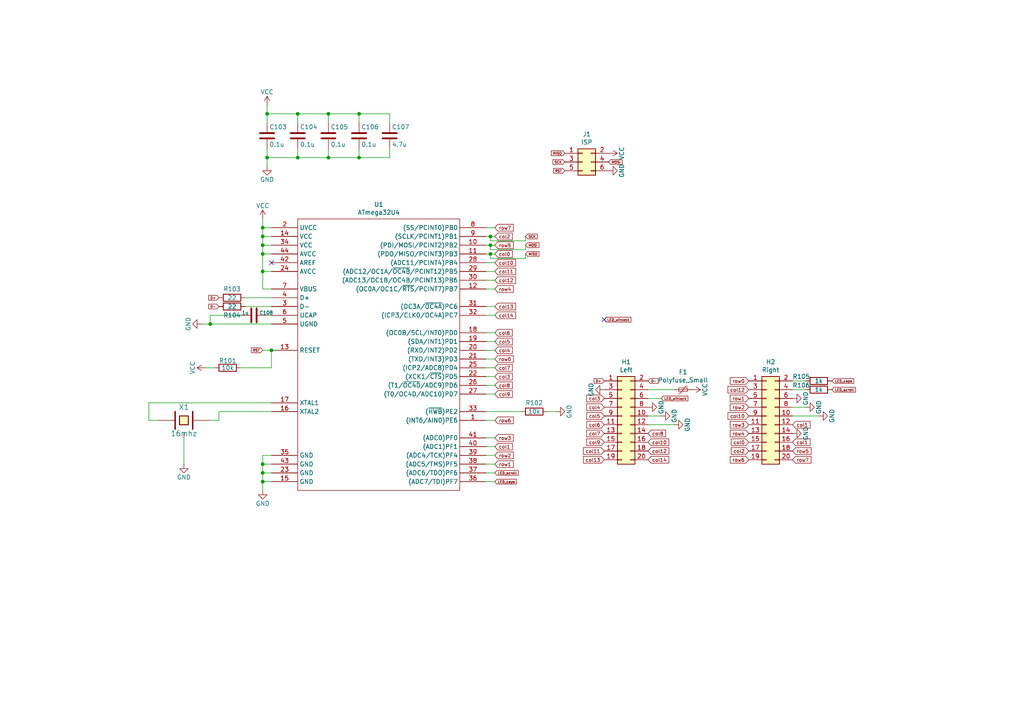
<source format=kicad_sch>
(kicad_sch (version 20200512) (host eeschema "(5.99.0-1789-gecec7192f)")
  (page 1 1)
  (paper "A4")
  (lib_symbols
    (symbol "Connector_Generic:Conn_02x03_Odd_Even" (pin_names hide)
      (property "Reference" "J" (at 1.27 5.08 0))
      (property "Value" "Conn_02x03_Odd_Even" (at 1.27 -5.08 0))
      (symbol "Conn_02x03_Odd_Even_1_1"
        (rectangle (start -1.27 -2.413) (end 0 -2.667))
        (rectangle (start -1.27 2.667) (end 0 2.413))
        (rectangle (start -1.27 3.81) (end 3.81 -3.81) (stroke (width 0.254)) (fill (type background)))
        (rectangle (start -1.27 0.127) (end 0 -0.127))
        (rectangle (start 3.81 -2.413) (end 2.54 -2.667))
        (rectangle (start 3.81 2.667) (end 2.54 2.413))
        (rectangle (start 3.81 0.127) (end 2.54 -0.127))
        (pin passive line (at -5.08 2.54 0) (length 3.81) (name "Pin_1") (number "1"))
        (pin passive line (at 7.62 2.54 180) (length 3.81) (name "Pin_2") (number "2"))
        (pin passive line (at -5.08 0 0) (length 3.81) (name "Pin_3") (number "3"))
        (pin passive line (at 7.62 0 180) (length 3.81) (name "Pin_4") (number "4"))
        (pin passive line (at -5.08 -2.54 0) (length 3.81) (name "Pin_5") (number "5"))
        (pin passive line (at 7.62 -2.54 180) (length 3.81) (name "Pin_6") (number "6"))
      )
    )
    (symbol "Connector_Generic:Conn_02x10_Odd_Even" (pin_names hide)
      (property "Reference" "J" (at 1.27 12.7 0))
      (property "Value" "Conn_02x10_Odd_Even" (at 1.27 -15.24 0))
      (symbol "Conn_02x10_Odd_Even_1_1"
        (rectangle (start -1.27 -4.953) (end 0 -5.207))
        (rectangle (start -1.27 -7.493) (end 0 -7.747))
        (rectangle (start -1.27 -10.033) (end 0 -10.287))
        (rectangle (start -1.27 -12.573) (end 0 -12.827))
        (rectangle (start -1.27 -2.413) (end 0 -2.667))
        (rectangle (start -1.27 2.667) (end 0 2.413))
        (rectangle (start -1.27 5.207) (end 0 4.953))
        (rectangle (start -1.27 7.747) (end 0 7.493))
        (rectangle (start -1.27 10.287) (end 0 10.033))
        (rectangle (start -1.27 11.43) (end 3.81 -13.97) (stroke (width 0.254)) (fill (type background)))
        (rectangle (start -1.27 0.127) (end 0 -0.127))
        (rectangle (start 3.81 -4.953) (end 2.54 -5.207))
        (rectangle (start 3.81 -7.493) (end 2.54 -7.747))
        (rectangle (start 3.81 -10.033) (end 2.54 -10.287))
        (rectangle (start 3.81 -12.573) (end 2.54 -12.827))
        (rectangle (start 3.81 -2.413) (end 2.54 -2.667))
        (rectangle (start 3.81 2.667) (end 2.54 2.413))
        (rectangle (start 3.81 5.207) (end 2.54 4.953))
        (rectangle (start 3.81 7.747) (end 2.54 7.493))
        (rectangle (start 3.81 10.287) (end 2.54 10.033))
        (rectangle (start 3.81 0.127) (end 2.54 -0.127))
        (pin passive line (at -5.08 10.16 0) (length 3.81) (name "Pin_1") (number "1"))
        (pin passive line (at 7.62 0 180) (length 3.81) (name "Pin_10") (number "10"))
        (pin passive line (at -5.08 -2.54 0) (length 3.81) (name "Pin_11") (number "11"))
        (pin passive line (at 7.62 -2.54 180) (length 3.81) (name "Pin_12") (number "12"))
        (pin passive line (at -5.08 -5.08 0) (length 3.81) (name "Pin_13") (number "13"))
        (pin passive line (at 7.62 -5.08 180) (length 3.81) (name "Pin_14") (number "14"))
        (pin passive line (at -5.08 -7.62 0) (length 3.81) (name "Pin_15") (number "15"))
        (pin passive line (at 7.62 -7.62 180) (length 3.81) (name "Pin_16") (number "16"))
        (pin passive line (at -5.08 -10.16 0) (length 3.81) (name "Pin_17") (number "17"))
        (pin passive line (at 7.62 -10.16 180) (length 3.81) (name "Pin_18") (number "18"))
        (pin passive line (at -5.08 -12.7 0) (length 3.81) (name "Pin_19") (number "19"))
        (pin passive line (at 7.62 10.16 180) (length 3.81) (name "Pin_2") (number "2"))
        (pin passive line (at 7.62 -12.7 180) (length 3.81) (name "Pin_20") (number "20"))
        (pin passive line (at -5.08 7.62 0) (length 3.81) (name "Pin_3") (number "3"))
        (pin passive line (at 7.62 7.62 180) (length 3.81) (name "Pin_4") (number "4"))
        (pin passive line (at -5.08 5.08 0) (length 3.81) (name "Pin_5") (number "5"))
        (pin passive line (at 7.62 5.08 180) (length 3.81) (name "Pin_6") (number "6"))
        (pin passive line (at -5.08 2.54 0) (length 3.81) (name "Pin_7") (number "7"))
        (pin passive line (at 7.62 2.54 180) (length 3.81) (name "Pin_8") (number "8"))
        (pin passive line (at -5.08 0 0) (length 3.81) (name "Pin_9") (number "9"))
      )
    )
    (symbol "Device:C" (pin_numbers hide) (pin_names (offset 0.254))
      (property "Reference" "C" (at 0.635 2.54 0))
      (property "Value" "C" (at 0.635 -2.54 0))
      (symbol "C_0_1"
        (polyline (pts (xy -2.032 -0.762) (xy 2.032 -0.762)) (stroke (width 0.508)))
        (polyline (pts (xy -2.032 0.762) (xy 2.032 0.762)) (stroke (width 0.508)))
      )
      (symbol "C_1_1"
        (pin passive line (at 0 3.81 270) (length 2.794) (name "~") (number "1"))
        (pin passive line (at 0 -3.81 90) (length 2.794) (name "~") (number "2"))
      )
    )
    (symbol "Device:Polyfuse_Small" (pin_numbers hide) (pin_names (offset 0))
      (property "Reference" "F" (at -1.905 0 90))
      (property "Value" "Polyfuse_Small" (at 1.905 0 90))
      (symbol "Polyfuse_Small_0_1"
        (rectangle (start -0.508 1.27) (end 0.508 -1.27))
        (polyline (pts (xy 0 2.54) (xy 0 -2.54)))
        (polyline (pts (xy -1.016 1.27) (xy -1.016 0.762) (xy 1.016 -0.762) (xy 1.016 -1.27)))
      )
      (symbol "Polyfuse_Small_1_1"
        (pin passive line (at 0 2.54 270) (length 0.635) (name "~") (number "1"))
        (pin passive line (at 0 -2.54 90) (length 0.635) (name "~") (number "2"))
      )
    )
    (symbol "Device:R" (pin_numbers hide) (pin_names (offset 0))
      (property "Reference" "R" (at 2.032 0 90))
      (property "Value" "R" (at 0 0 90))
      (symbol "R_0_1"
        (rectangle (start -1.016 -2.54) (end 1.016 2.54) (stroke (width 0.254)))
      )
      (symbol "R_1_1"
        (pin passive line (at 0 3.81 270) (length 1.27) (name "~") (number "1"))
        (pin passive line (at 0 -3.81 90) (length 1.27) (name "~") (number "2"))
      )
    )
    (symbol "Power:GND" (power) (pin_names (offset 0))
      (property "Value" "GND" (at 0 -3.81 0))
      (symbol "GND_0_1"
        (polyline (pts (xy 0 0) (xy 0 -1.27) (xy 1.27 -1.27) (xy 0 -2.54) (xy -1.27 -1.27) (xy 0 -1.27)))
      )
      (symbol "GND_1_1"
        (pin power_in line (at 0 0 270) (length 0) (name "GND") (number "1") hide)
      )
    )
    (symbol "Power:VCC" (power) (pin_names (offset 0))
      (property "Value" "VCC" (at 0 3.81 0))
      (symbol "VCC_0_1"
        (polyline (pts (xy -0.762 1.27) (xy 0 2.54)))
        (polyline (pts (xy 0 0) (xy 0 2.54)))
        (polyline (pts (xy 0 2.54) (xy 0.762 1.27)))
      )
      (symbol "VCC_1_1"
        (pin power_in line (at 0 0 90) (length 0) (name "VCC") (number "1") hide)
      )
    )
    (symbol "atmel:ATmega32U4"
      (property "Reference" "U" (at -22.86 43.18 0))
      (property "Value" "ATmega32U4" (at -16.51 -39.37 0))
      (symbol "ATmega32U4_0_1"
        (rectangle (start -24.13 41.91) (end 22.86 -36.83))
      )
      (symbol "ATmega32U4_1_1"
        (pin input line (at 30.48 -16.51 180) (length 7.62) (name "(INT6/AIN0)PE6") (number "1"))
        (pin input line (at -31.75 39.37 0) (length 7.62) (name "UVCC") (number "2"))
        (pin input line (at -31.75 16.51 0) (length 7.62) (name "D-") (number "3"))
        (pin input line (at -31.75 19.05 0) (length 7.62) (name "D+") (number "4"))
        (pin input line (at -31.75 11.43 0) (length 7.62) (name "UGND") (number "5"))
        (pin input line (at -31.75 13.97 0) (length 7.62) (name "UCAP") (number "6"))
        (pin input line (at -31.75 21.59 0) (length 7.62) (name "VBUS") (number "7"))
        (pin input line (at 30.48 39.37 180) (length 7.62) (name "(SS/PCINT0)PB0") (number "8"))
        (pin input line (at 30.48 36.83 180) (length 7.62) (name "(SCLK/PCINT1)PB1") (number "9"))
        (pin input line (at 30.48 34.29 180) (length 7.62) (name "(PDI/MOSI/PCINT2)PB2") (number "10"))
        (pin input line (at 30.48 3.81 180) (length 7.62) (name "(RXD/INT2)PD2") (number "20"))
        (pin input line (at 30.48 24.13 180) (length 7.62) (name "(ADC13/OC1B/OC4B/PCINT13)PB6") (number "30"))
        (pin input line (at 30.48 -24.13 180) (length 7.62) (name "(ADC1)PF1") (number "40"))
        (pin input line (at 30.48 31.75 180) (length 7.62) (name "(PDO/MISO/PCINT3)PB3") (number "11"))
        (pin input line (at 30.48 1.27 180) (length 7.62) (name "(TXD/INT3)PD3") (number "21"))
        (pin input line (at 30.48 16.51 180) (length 7.62) (name "(OC3A/~OC4A~)PC6") (number "31"))
        (pin input line (at 30.48 -21.59 180) (length 7.62) (name "(ADC0)PF0") (number "41"))
        (pin input line (at 30.48 21.59 180) (length 7.62) (name "(OC0A/OC1C/~RTS~/PCINT7)PB7") (number "12"))
        (pin input line (at 30.48 -3.81 180) (length 7.62) (name "(XCK1/~CTS~)PD5") (number "22"))
        (pin input line (at 30.48 13.97 180) (length 7.62) (name "(ICP3/CLK0/OC4A)PC7") (number "32"))
        (pin input line (at -31.75 29.21 0) (length 7.62) (name "AREF") (number "42"))
        (pin input line (at -31.75 3.81 0) (length 7.62) (name "RESET") (number "13"))
        (pin power_in line (at -31.75 -31.75 0) (length 7.62) (name "GND") (number "23"))
        (pin input line (at 30.48 -13.97 180) (length 7.62) (name "(~HWB~)PE2") (number "33"))
        (pin power_in line (at -31.75 -29.21 0) (length 7.62) (name "GND") (number "43"))
        (pin power_in line (at -31.75 36.83 0) (length 7.62) (name "VCC") (number "14"))
        (pin power_in line (at -31.75 26.67 0) (length 7.62) (name "AVCC") (number "24"))
        (pin power_in line (at -31.75 34.29 0) (length 7.62) (name "VCC") (number "34"))
        (pin power_in line (at -31.75 31.75 0) (length 7.62) (name "AVCC") (number "44"))
        (pin power_in line (at -31.75 -34.29 0) (length 7.62) (name "GND") (number "15"))
        (pin input line (at 30.48 -1.27 180) (length 7.62) (name "(ICP2/ADC8)PD4") (number "25"))
        (pin power_in line (at -31.75 -26.67 0) (length 7.62) (name "GND") (number "35"))
        (pin input line (at -31.75 -13.97 0) (length 7.62) (name "XTAL2") (number "16"))
        (pin input line (at 30.48 -6.35 180) (length 7.62) (name "(T1/~OC4D~/ADC9)PD6") (number "26"))
        (pin input line (at 30.48 -34.29 180) (length 7.62) (name "(ADC7/TDI)PF7") (number "36"))
        (pin input line (at -31.75 -11.43 0) (length 7.62) (name "XTAL1") (number "17"))
        (pin input line (at 30.48 -8.89 180) (length 7.62) (name "(T0/OC4D/ADC10)PD7") (number "27"))
        (pin input line (at 30.48 -31.75 180) (length 7.62) (name "(ADC6/TDO)PF6") (number "37"))
        (pin input line (at 30.48 8.89 180) (length 7.62) (name "(OC0B/SCL/INT0)PD0") (number "18"))
        (pin input line (at 30.48 29.21 180) (length 7.62) (name "(ADC11/PCINT4)PB4") (number "28"))
        (pin input line (at 30.48 -29.21 180) (length 7.62) (name "(ADC5/TMS)PF5") (number "38"))
        (pin input line (at 30.48 6.35 180) (length 7.62) (name "(SDA/INT1)PD1") (number "19"))
        (pin input line (at 30.48 26.67 180) (length 7.62) (name "(ADC12/OC1A/~OC4B~/PCINT12)PB5") (number "29"))
        (pin input line (at 30.48 -26.67 180) (length 7.62) (name "(ADC4/TCK)PF4") (number "39"))
      )
    )
    (symbol "keyboard_parts:XTAL_GND" (pin_numbers hide) (pin_names hide)
      (property "Reference" "X" (at 0 3.81 0))
      (property "Value" "XTAL_GND" (at 0 -3.81 0))
      (symbol "XTAL_GND_0_1"
        (polyline (pts (xy -2.54 2.54) (xy -2.54 -2.54)) (stroke (width 0.4064)))
        (polyline (pts (xy 2.54 2.54) (xy 2.54 -2.54)) (stroke (width 0.4064)))
        (polyline (pts (xy -1.27 1.27) (xy 1.27 1.27) (xy 1.27 -1.27) (xy -1.27 -1.27) (xy -1.27 1.27)) (stroke (width 0.3048)) (fill (type background)))
      )
      (symbol "XTAL_GND_1_1"
        (pin passive line (at -7.62 0 0) (length 5.08) (name "1") (number "1"))
        (pin passive line (at 7.62 0 180) (length 5.08) (name "2") (number "2"))
        (pin passive line (at 0 -5.08 90) (length 1.27) (name "~") (number "3"))
      )
    )
  )
  (junction (at 60.96 93.98))
  (junction (at 76.2 66.04))
  (junction (at 76.2 68.58))
  (junction (at 76.2 71.12))
  (junction (at 76.2 73.66))
  (junction (at 76.2 78.74))
  (junction (at 76.2 134.62))
  (junction (at 76.2 137.16))
  (junction (at 76.2 139.7))
  (junction (at 77.47 33.02))
  (junction (at 77.47 45.72))
  (junction (at 78.74 101.6))
  (junction (at 86.36 33.02))
  (junction (at 86.36 45.72))
  (junction (at 95.25 33.02))
  (junction (at 95.25 45.72))
  (junction (at 104.14 33.02))
  (junction (at 104.14 45.72))
  (junction (at 142.24 68.58))
  (junction (at 142.24 71.12))
  (junction (at 142.24 73.66))
  (no_connect (at 175.26 92.71))
  (no_connect (at 78.74 76.2))
  (wire (pts (xy 43.18 116.84) (xy 43.18 121.92)))
  (wire (pts (xy 43.18 116.84) (xy 78.74 116.84)))
  (wire (pts (xy 45.72 121.92) (xy 43.18 121.92)))
  (wire (pts (xy 53.34 127) (xy 53.34 134.62)))
  (wire (pts (xy 58.42 93.98) (xy 60.96 93.98)))
  (wire (pts (xy 59.69 106.68) (xy 62.23 106.68)))
  (wire (pts (xy 60.96 91.44) (xy 60.96 93.98)))
  (wire (pts (xy 60.96 91.44) (xy 69.85 91.44)))
  (wire (pts (xy 60.96 93.98) (xy 78.74 93.98)))
  (wire (pts (xy 60.96 121.92) (xy 63.5 121.92)))
  (wire (pts (xy 63.5 119.38) (xy 63.5 121.92)))
  (wire (pts (xy 63.5 119.38) (xy 78.74 119.38)))
  (wire (pts (xy 71.12 86.36) (xy 78.74 86.36)))
  (wire (pts (xy 71.12 88.9) (xy 78.74 88.9)))
  (wire (pts (xy 76.2 63.5) (xy 76.2 66.04)))
  (wire (pts (xy 76.2 66.04) (xy 76.2 68.58)))
  (wire (pts (xy 76.2 68.58) (xy 76.2 71.12)))
  (wire (pts (xy 76.2 71.12) (xy 76.2 73.66)))
  (wire (pts (xy 76.2 73.66) (xy 76.2 78.74)))
  (wire (pts (xy 76.2 78.74) (xy 78.74 78.74)))
  (wire (pts (xy 76.2 83.82) (xy 76.2 78.74)))
  (wire (pts (xy 76.2 83.82) (xy 78.74 83.82)))
  (wire (pts (xy 76.2 101.6) (xy 78.74 101.6)))
  (wire (pts (xy 76.2 132.08) (xy 78.74 132.08)))
  (wire (pts (xy 76.2 134.62) (xy 76.2 132.08)))
  (wire (pts (xy 76.2 134.62) (xy 78.74 134.62)))
  (wire (pts (xy 76.2 137.16) (xy 76.2 134.62)))
  (wire (pts (xy 76.2 139.7) (xy 76.2 137.16)))
  (wire (pts (xy 76.2 142.24) (xy 76.2 139.7)))
  (wire (pts (xy 77.47 30.48) (xy 77.47 33.02)))
  (wire (pts (xy 77.47 33.02) (xy 77.47 35.56)))
  (wire (pts (xy 77.47 33.02) (xy 86.36 33.02)))
  (wire (pts (xy 77.47 43.18) (xy 77.47 45.72)))
  (wire (pts (xy 77.47 45.72) (xy 77.47 48.26)))
  (wire (pts (xy 77.47 45.72) (xy 86.36 45.72)))
  (wire (pts (xy 78.74 66.04) (xy 76.2 66.04)))
  (wire (pts (xy 78.74 68.58) (xy 76.2 68.58)))
  (wire (pts (xy 78.74 71.12) (xy 76.2 71.12)))
  (wire (pts (xy 78.74 73.66) (xy 76.2 73.66)))
  (wire (pts (xy 78.74 91.44) (xy 77.47 91.44)))
  (wire (pts (xy 78.74 101.6) (xy 78.74 106.68)))
  (wire (pts (xy 78.74 106.68) (xy 69.85 106.68)))
  (wire (pts (xy 78.74 137.16) (xy 76.2 137.16)))
  (wire (pts (xy 78.74 139.7) (xy 76.2 139.7)))
  (wire (pts (xy 86.36 33.02) (xy 86.36 35.56)))
  (wire (pts (xy 86.36 33.02) (xy 95.25 33.02)))
  (wire (pts (xy 86.36 43.18) (xy 86.36 45.72)))
  (wire (pts (xy 86.36 45.72) (xy 95.25 45.72)))
  (wire (pts (xy 95.25 33.02) (xy 95.25 35.56)))
  (wire (pts (xy 95.25 33.02) (xy 104.14 33.02)))
  (wire (pts (xy 95.25 45.72) (xy 95.25 43.18)))
  (wire (pts (xy 95.25 45.72) (xy 104.14 45.72)))
  (wire (pts (xy 104.14 33.02) (xy 104.14 35.56)))
  (wire (pts (xy 104.14 33.02) (xy 113.03 33.02)))
  (wire (pts (xy 104.14 45.72) (xy 104.14 43.18)))
  (wire (pts (xy 104.14 45.72) (xy 113.03 45.72)))
  (wire (pts (xy 113.03 33.02) (xy 113.03 35.56)))
  (wire (pts (xy 113.03 45.72) (xy 113.03 43.18)))
  (wire (pts (xy 140.97 66.04) (xy 143.51 66.04)))
  (wire (pts (xy 140.97 68.58) (xy 142.24 68.58)))
  (wire (pts (xy 140.97 71.12) (xy 142.24 71.12)))
  (wire (pts (xy 140.97 73.66) (xy 142.24 73.66)))
  (wire (pts (xy 140.97 76.2) (xy 143.51 76.2)))
  (wire (pts (xy 140.97 81.28) (xy 143.51 81.28)))
  (wire (pts (xy 140.97 91.44) (xy 143.51 91.44)))
  (wire (pts (xy 140.97 96.52) (xy 143.51 96.52)))
  (wire (pts (xy 140.97 99.06) (xy 143.51 99.06)))
  (wire (pts (xy 140.97 101.6) (xy 143.51 101.6)))
  (wire (pts (xy 140.97 106.68) (xy 143.51 106.68)))
  (wire (pts (xy 140.97 114.3) (xy 143.51 114.3)))
  (wire (pts (xy 140.97 119.38) (xy 151.13 119.38)))
  (wire (pts (xy 140.97 121.92) (xy 143.51 121.92)))
  (wire (pts (xy 140.97 127) (xy 143.51 127)))
  (wire (pts (xy 140.97 129.54) (xy 143.51 129.54)))
  (wire (pts (xy 142.24 68.58) (xy 142.24 69.85)))
  (wire (pts (xy 142.24 68.58) (xy 143.51 68.58)))
  (wire (pts (xy 142.24 69.85) (xy 152.4 69.85)))
  (wire (pts (xy 142.24 71.12) (xy 143.51 71.12)))
  (wire (pts (xy 142.24 72.39) (xy 142.24 71.12)))
  (wire (pts (xy 142.24 73.66) (xy 142.24 74.93)))
  (wire (pts (xy 142.24 73.66) (xy 143.51 73.66)))
  (wire (pts (xy 142.24 74.93) (xy 152.4 74.93)))
  (wire (pts (xy 143.51 78.74) (xy 140.97 78.74)))
  (wire (pts (xy 143.51 83.82) (xy 140.97 83.82)))
  (wire (pts (xy 143.51 88.9) (xy 140.97 88.9)))
  (wire (pts (xy 143.51 104.14) (xy 140.97 104.14)))
  (wire (pts (xy 143.51 109.22) (xy 140.97 109.22)))
  (wire (pts (xy 143.51 111.76) (xy 140.97 111.76)))
  (wire (pts (xy 143.51 132.08) (xy 140.97 132.08)))
  (wire (pts (xy 143.51 134.62) (xy 140.97 134.62)))
  (wire (pts (xy 143.51 137.16) (xy 140.97 137.16)))
  (wire (pts (xy 143.51 139.7) (xy 140.97 139.7)))
  (wire (pts (xy 152.4 69.85) (xy 152.4 68.58)))
  (wire (pts (xy 152.4 71.12) (xy 152.4 72.39)))
  (wire (pts (xy 152.4 72.39) (xy 142.24 72.39)))
  (wire (pts (xy 152.4 74.93) (xy 152.4 73.66)))
  (wire (pts (xy 158.75 119.38) (xy 161.29 119.38)))
  (wire (pts (xy 187.96 123.19) (xy 195.58 123.19)))
  (wire (pts (xy 191.77 115.57) (xy 187.96 115.57)))
  (wire (pts (xy 191.77 120.65) (xy 187.96 120.65)))
  (wire (pts (xy 195.58 113.03) (xy 187.96 113.03)))
  (wire (pts (xy 229.87 110.49) (xy 233.68 110.49)))
  (wire (pts (xy 229.87 120.65) (xy 237.49 120.65)))
  (wire (pts (xy 233.68 113.03) (xy 229.87 113.03)))
  (wire (pts (xy 233.68 118.11) (xy 229.87 118.11)))
  (global_label "D+" (shape input) (at 63.5 86.36 180) (effects (font (size 0.7112 0.7112))))
  (global_label "D-" (shape input) (at 63.5 88.9 180) (effects (font (size 0.7112 0.7112))))
  (global_label "RST" (shape input) (at 76.2 101.6 180) (effects (font (size 0.7112 0.7112))))
  (global_label "row7" (shape input) (at 143.51 66.04 0) (effects (font (size 0.9906 0.9906))))
  (global_label "col2" (shape input) (at 143.51 68.58 0) (effects (font (size 0.9906 0.9906))))
  (global_label "row5" (shape input) (at 143.51 71.12 0) (effects (font (size 0.9906 0.9906))))
  (global_label "col0" (shape input) (at 143.51 73.66 0) (effects (font (size 0.9906 0.9906))))
  (global_label "col10" (shape input) (at 143.51 76.2 0) (effects (font (size 0.9906 0.9906))))
  (global_label "col11" (shape input) (at 143.51 78.74 0) (effects (font (size 0.9906 0.9906))))
  (global_label "col12" (shape input) (at 143.51 81.28 0) (effects (font (size 0.9906 0.9906))))
  (global_label "row4" (shape input) (at 143.51 83.82 0) (effects (font (size 0.9906 0.9906))))
  (global_label "col13" (shape input) (at 143.51 88.9 0) (effects (font (size 0.9906 0.9906))))
  (global_label "col14" (shape input) (at 143.51 91.44 0) (effects (font (size 0.9906 0.9906))))
  (global_label "col6" (shape input) (at 143.51 96.52 0) (effects (font (size 0.9906 0.9906))))
  (global_label "col5" (shape input) (at 143.51 99.06 0) (effects (font (size 0.9906 0.9906))))
  (global_label "col4" (shape input) (at 143.51 101.6 0) (effects (font (size 0.9906 0.9906))))
  (global_label "row0" (shape input) (at 143.51 104.14 0) (effects (font (size 0.9906 0.9906))))
  (global_label "col7" (shape input) (at 143.51 106.68 0) (effects (font (size 0.9906 0.9906))))
  (global_label "col3" (shape input) (at 143.51 109.22 0) (effects (font (size 0.9906 0.9906))))
  (global_label "col8" (shape input) (at 143.51 111.76 0) (effects (font (size 0.9906 0.9906))))
  (global_label "col9" (shape input) (at 143.51 114.3 0) (effects (font (size 0.9906 0.9906))))
  (global_label "row6" (shape input) (at 143.51 121.92 0) (effects (font (size 0.9906 0.9906))))
  (global_label "row3" (shape input) (at 143.51 127 0) (effects (font (size 0.9906 0.9906))))
  (global_label "col1" (shape input) (at 143.51 129.54 0) (effects (font (size 0.9906 0.9906))))
  (global_label "row2" (shape input) (at 143.51 132.08 0) (effects (font (size 0.9906 0.9906))))
  (global_label "row1" (shape input) (at 143.51 134.62 0) (effects (font (size 0.9906 0.9906))))
  (global_label "LED_scroll" (shape input) (at 143.51 137.16 0) (effects (font (size 0.7112 0.7112))))
  (global_label "LED_caps" (shape input) (at 143.51 139.7 0) (effects (font (size 0.7112 0.7112))))
  (global_label "SCK" (shape input) (at 152.4 68.58 0) (effects (font (size 0.7112 0.7112))))
  (global_label "MOSI" (shape input) (at 152.4 71.12 0) (effects (font (size 0.7112 0.7112))))
  (global_label "MISO" (shape input) (at 152.4 73.66 0) (effects (font (size 0.7112 0.7112))))
  (global_label "MISO" (shape input) (at 163.83 44.45 180) (effects (font (size 0.7112 0.7112))))
  (global_label "SCK" (shape input) (at 163.83 46.99 180) (effects (font (size 0.7112 0.7112))))
  (global_label "RST" (shape input) (at 163.83 49.53 180) (effects (font (size 0.7112 0.7112))))
  (global_label "LED_winlock" (shape input) (at 175.26 92.71 0) (effects (font (size 0.7112 0.7112))))
  (global_label "D+" (shape input) (at 175.26 110.49 180) (effects (font (size 0.7112 0.7112))))
  (global_label "col3" (shape input) (at 175.26 115.57 180) (effects (font (size 0.9906 0.9906))))
  (global_label "col4" (shape input) (at 175.26 118.11 180) (effects (font (size 0.9906 0.9906))))
  (global_label "col5" (shape input) (at 175.26 120.65 180) (effects (font (size 0.9906 0.9906))))
  (global_label "col6" (shape input) (at 175.26 123.19 180) (effects (font (size 0.9906 0.9906))))
  (global_label "col7" (shape input) (at 175.26 125.73 180) (effects (font (size 0.9906 0.9906))))
  (global_label "col9" (shape input) (at 175.26 128.27 180) (effects (font (size 0.9906 0.9906))))
  (global_label "col11" (shape input) (at 175.26 130.81 180) (effects (font (size 0.9906 0.9906))))
  (global_label "col13" (shape input) (at 175.26 133.35 180) (effects (font (size 0.9906 0.9906))))
  (global_label "MOSI" (shape input) (at 176.53 46.99 0) (effects (font (size 0.7112 0.7112))))
  (global_label "D-" (shape input) (at 187.96 110.49 0) (effects (font (size 0.7112 0.7112))))
  (global_label "col8" (shape input) (at 187.96 125.73 0) (effects (font (size 0.9906 0.9906))))
  (global_label "col10" (shape input) (at 187.96 128.27 0) (effects (font (size 0.9906 0.9906))))
  (global_label "col12" (shape input) (at 187.96 130.81 0) (effects (font (size 0.9906 0.9906))))
  (global_label "col14" (shape input) (at 187.96 133.35 0) (effects (font (size 0.9906 0.9906))))
  (global_label "LED_winlock" (shape input) (at 191.77 115.57 0) (effects (font (size 0.7112 0.7112))))
  (global_label "row0" (shape input) (at 217.17 110.49 180) (effects (font (size 0.9906 0.9906))))
  (global_label "col12" (shape input) (at 217.17 113.03 180) (effects (font (size 0.9906 0.9906))))
  (global_label "row1" (shape input) (at 217.17 115.57 180) (effects (font (size 0.9906 0.9906))))
  (global_label "row2" (shape input) (at 217.17 118.11 180) (effects (font (size 0.9906 0.9906))))
  (global_label "col10" (shape input) (at 217.17 120.65 180) (effects (font (size 0.9906 0.9906))))
  (global_label "row3" (shape input) (at 217.17 123.19 180) (effects (font (size 0.9906 0.9906))))
  (global_label "row4" (shape input) (at 217.17 125.73 180) (effects (font (size 0.9906 0.9906))))
  (global_label "col0" (shape input) (at 217.17 128.27 180) (effects (font (size 0.9906 0.9906))))
  (global_label "col2" (shape input) (at 217.17 130.81 180) (effects (font (size 0.9906 0.9906))))
  (global_label "row6" (shape input) (at 217.17 133.35 180) (effects (font (size 0.9906 0.9906))))
  (global_label "col1" (shape input) (at 229.87 123.19 0) (effects (font (size 0.9906 0.9906))))
  (global_label "col1" (shape input) (at 229.87 128.27 0) (effects (font (size 0.9906 0.9906))))
  (global_label "row5" (shape input) (at 229.87 130.81 0) (effects (font (size 0.9906 0.9906))))
  (global_label "row7" (shape input) (at 229.87 133.35 0) (effects (font (size 0.9906 0.9906))))
  (global_label "LED_caps" (shape input) (at 241.3 110.49 0) (effects (font (size 0.7112 0.7112))))
  (global_label "LED_scroll" (shape input) (at 241.3 113.03 0) (effects (font (size 0.7112 0.7112))))
  (symbol (lib_id "Power:VCC") (at 59.69 106.68 90) (unit 1)
    (property "Reference" "#PWR04" (effects hide))
    (property "Value" "VCC" (at 55.88 106.68 0))
  )
  (symbol (lib_id "Power:VCC") (at 76.2 63.5 0) (unit 1)
    (property "Reference" "#PWR0102" (effects hide))
    (property "Value" "VCC" (at 76.2 59.69 0))
  )
  (symbol (lib_id "Power:VCC") (at 77.47 30.48 0) (unit 1)
    (property "Reference" "#PWR02" (effects hide))
    (property "Value" "VCC" (at 77.47 26.67 0))
  )
  (symbol (lib_id "Power:VCC") (at 176.53 44.45 270) (unit 1)
    (property "Reference" "#PWR0109" (effects hide))
    (property "Value" "VCC" (at 180.34 44.45 0))
  )
  (symbol (lib_id "Power:VCC") (at 200.66 113.03 270) (unit 1)
    (property "Reference" "#PWR0107" (effects hide))
    (property "Value" "VCC" (at 204.47 113.03 0))
  )
  (symbol (lib_id "Power:GND") (at 53.34 134.62 0) (unit 1)
    (property "Reference" "#PWR01" (effects hide))
    (property "Value" "GND" (at 53.34 138.43 0))
  )
  (symbol (lib_id "Power:GND") (at 58.42 93.98 270) (mirror x) (unit 1)
    (property "Reference" "#PWR08" (effects hide))
    (property "Value" "GND" (at 54.61 93.98 0))
  )
  (symbol (lib_id "Power:GND") (at 76.2 142.24 0) (unit 1)
    (property "Reference" "#PWR017" (effects hide))
    (property "Value" "GND" (at 76.2 146.05 0))
  )
  (symbol (lib_id "Power:GND") (at 77.47 48.26 0) (unit 1)
    (property "Reference" "#PWR03" (effects hide))
    (property "Value" "GND" (at 77.47 52.07 0))
  )
  (symbol (lib_id "Power:GND") (at 161.29 119.38 90) (unit 1)
    (property "Reference" "#PWR06" (effects hide))
    (property "Value" "GND" (at 165.1 119.38 0))
  )
  (symbol (lib_id "Power:GND") (at 175.26 113.03 270) (mirror x) (unit 1)
    (property "Reference" "#PWR0105" (effects hide))
    (property "Value" "GND" (at 171.45 113.03 0))
  )
  (symbol (lib_id "Power:GND") (at 176.53 49.53 90) (unit 1)
    (property "Reference" "#PWR0110" (effects hide))
    (property "Value" "GND" (at 180.34 49.53 0))
  )
  (symbol (lib_id "Power:GND") (at 187.96 118.11 90) (unit 1)
    (property "Reference" "#PWR0103" (effects hide))
    (property "Value" "GND" (at 191.77 118.11 0))
  )
  (symbol (lib_id "Power:GND") (at 191.77 120.65 90) (unit 1)
    (property "Reference" "#PWR0101" (effects hide))
    (property "Value" "GND" (at 195.58 120.65 0))
  )
  (symbol (lib_id "Power:GND") (at 195.58 123.19 90) (unit 1)
    (property "Reference" "#PWR0104" (effects hide))
    (property "Value" "GND" (at 199.39 123.19 0))
  )
  (symbol (lib_id "Power:GND") (at 229.87 115.57 90) (unit 1)
    (property "Reference" "#PWR0108" (effects hide))
    (property "Value" "GND" (at 233.68 115.57 0))
  )
  (symbol (lib_id "Power:GND") (at 229.87 125.73 90) (unit 1)
    (property "Reference" "#PWR0106" (effects hide))
    (property "Value" "GND" (at 233.68 125.73 0))
  )
  (symbol (lib_id "Power:GND") (at 233.68 118.11 90) (unit 1)
    (property "Reference" "#PWR0111" (effects hide))
    (property "Value" "GND" (at 237.49 118.11 0))
  )
  (symbol (lib_id "Power:GND") (at 237.49 120.65 90) (unit 1)
    (property "Reference" "#PWR0112" (effects hide))
    (property "Value" "GND" (at 241.3 120.65 0))
  )
  (symbol (lib_id "Device:Polyfuse_Small") (at 198.12 113.03 90) (unit 1)
    (property "Reference" "F1" (at 198.12 107.9246 90))
    (property "Value" "Polyfuse_Small" (at 198.12 110.236 90))
    (property "Footprint" "Keeb_components:R_0805" (effects hide))
  )
  (symbol (lib_id "Device:R") (at 66.04 106.68 90) (unit 1)
    (property "Reference" "R101" (at 66.04 104.648 90))
    (property "Value" "10k" (at 66.04 106.68 90))
    (property "Footprint" "Keeb_components:R_0603" (effects hide))
  )
  (symbol (lib_id "Device:R") (at 67.31 86.36 270) (unit 1)
    (property "Reference" "R103" (at 67.31 83.82 90))
    (property "Value" "22" (at 67.31 86.36 90))
    (property "Footprint" "Keeb_components:R_0603" (effects hide))
  )
  (symbol (lib_id "Device:R") (at 67.31 88.9 270) (unit 1)
    (property "Reference" "R104" (at 67.31 91.44 90))
    (property "Value" "22" (at 67.31 88.9 90))
    (property "Footprint" "Keeb_components:R_0603" (effects hide))
  )
  (symbol (lib_id "Device:R") (at 154.94 119.38 90) (mirror x) (unit 1)
    (property "Reference" "R102" (at 154.94 116.84 90))
    (property "Value" "10k" (at 154.94 119.38 90))
    (property "Footprint" "Keeb_components:R_0603" (effects hide))
  )
  (symbol (lib_id "Device:R") (at 237.49 110.49 90) (mirror x) (unit 1)
    (property "Reference" "R105" (at 232.41 109.22 90))
    (property "Value" "1k" (at 237.49 110.49 90))
    (property "Footprint" "Keeb_components:R_0603" (effects hide))
  )
  (symbol (lib_id "Device:R") (at 237.49 113.03 90) (mirror x) (unit 1)
    (property "Reference" "R106" (at 232.41 111.76 90))
    (property "Value" "1k" (at 237.49 113.03 90))
    (property "Footprint" "Keeb_components:R_0603" (effects hide))
  )
  (symbol (lib_id "Device:C") (at 73.66 91.44 270) (mirror x) (unit 1)
    (property "Reference" "C108" (at 75.2094 90.7288 90) (effects (font (size 0.9906 0.9906)) (justify left)))
    (property "Value" "1u" (at 70.1294 90.7288 90) (effects (font (size 0.9906 0.9906)) (justify left)))
    (property "Footprint" "Keeb_components:C_0603" (effects hide))
  )
  (symbol (lib_id "Device:C") (at 77.47 39.37 0) (unit 1)
    (property "Reference" "C103" (at 78.105 36.83 0) (effects (justify left)))
    (property "Value" "0.1u" (at 78.105 41.91 0) (effects (justify left)))
    (property "Footprint" "Keeb_components:C_0603" (effects hide))
  )
  (symbol (lib_id "Device:C") (at 86.36 39.37 0) (unit 1)
    (property "Reference" "C104" (at 86.995 36.83 0) (effects (justify left)))
    (property "Value" "0.1u" (at 86.995 41.91 0) (effects (justify left)))
    (property "Footprint" "Keeb_components:C_0603" (effects hide))
  )
  (symbol (lib_id "Device:C") (at 95.25 39.37 0) (unit 1)
    (property "Reference" "C105" (at 95.885 36.83 0) (effects (justify left)))
    (property "Value" "0.1u" (at 95.885 41.91 0) (effects (justify left)))
    (property "Footprint" "Keeb_components:C_0603" (effects hide))
  )
  (symbol (lib_id "Device:C") (at 104.14 39.37 0) (unit 1)
    (property "Reference" "C106" (at 104.775 36.83 0) (effects (justify left)))
    (property "Value" "0.1u" (at 104.775 41.91 0) (effects (justify left)))
    (property "Footprint" "Keeb_components:C_0603" (effects hide))
  )
  (symbol (lib_id "Device:C") (at 113.03 39.37 0) (unit 1)
    (property "Reference" "C107" (at 113.665 36.83 0) (effects (justify left)))
    (property "Value" "4.7u" (at 113.665 41.91 0) (effects (justify left)))
    (property "Footprint" "Keeb_components:C_0805" (effects hide))
  )
  (symbol (lib_id "Connector_Generic:Conn_02x03_Odd_Even") (at 168.91 46.99 0) (unit 1)
    (property "Reference" "J1" (at 170.18 38.9382 0))
    (property "Value" "ISP" (at 170.18 41.2496 0))
    (property "Footprint" "Keeb_components:isp_standard" (effects hide))
  )
  (symbol (lib_id "keyboard_parts:XTAL_GND") (at 53.34 121.92 0) (unit 1)
    (property "Reference" "X1" (at 53.34 118.11 0) (effects (font (size 1.524 1.524))))
    (property "Value" "16mhz" (at 53.34 125.73 0) (effects (font (size 1.524 1.524))))
    (property "Footprint" "Keeb_components:Resonator_SMD_muRata_CSTNExxV-3Pin-p1.2" (effects hide))
  )
  (symbol (lib_id "Connector_Generic:Conn_02x10_Odd_Even") (at 180.34 120.65 0) (unit 1)
    (property "Reference" "H1" (at 181.61 104.9782 0))
    (property "Value" "Left" (at 181.61 107.2896 0))
    (property "Footprint" "footprints:PinHeader_2x10_P2.00mm_Vertical" (effects hide))
  )
  (symbol (lib_id "Connector_Generic:Conn_02x10_Odd_Even") (at 222.25 120.65 0) (unit 1)
    (property "Reference" "H2" (at 223.52 104.9782 0))
    (property "Value" "Right" (at 223.52 107.2896 0))
    (property "Footprint" "footprints:PinHeader_2x10_P2.00mm_Vertical" (effects hide))
  )
  (symbol (lib_id "atmel:ATmega32U4") (at 110.49 105.41 0) (unit 1)
    (property "Reference" "U1" (at 109.855 59.309 0))
    (property "Value" "ATmega32U4" (at 109.855 61.6204 0))
    (property "Footprint" "Keeb_components:ATMEGA32U4" (effects hide))
  )
)
</source>
